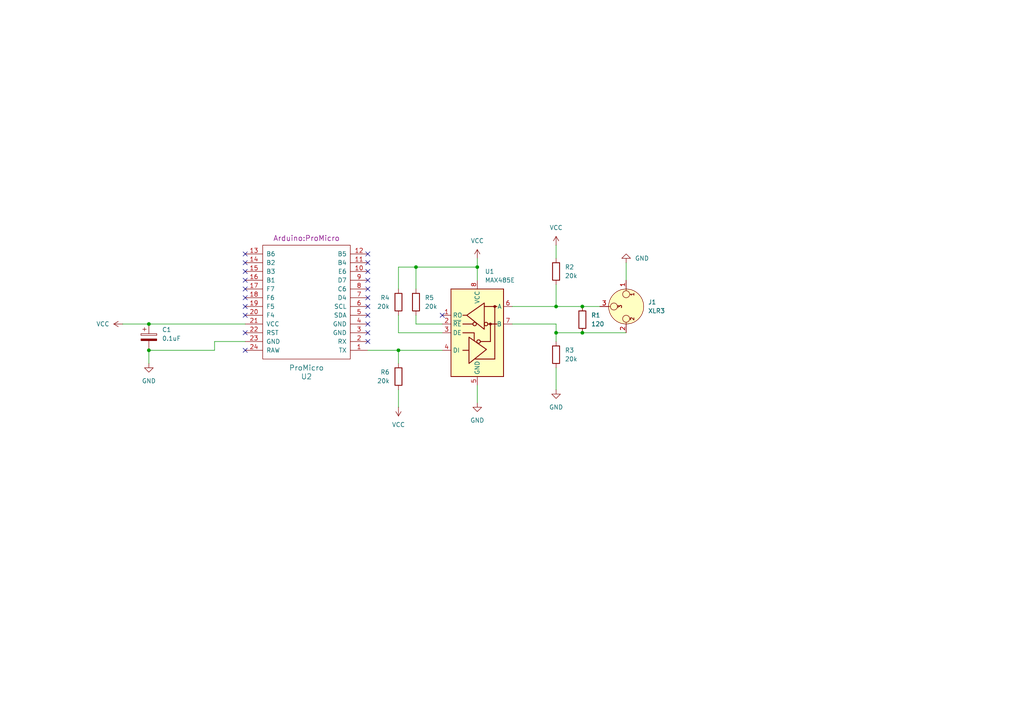
<source format=kicad_sch>
(kicad_sch (version 20231120) (generator "eeschema") (generator_version "8.0")
  (paper "A4")
  (lib_symbols
    (symbol "Arduino:ProMicro" (pin_names (offset 1.016))
      (property "Reference" "U" (at 0 24.13 0))
      (property "Value" "ProMicro" (at 0 -13.97 0))
      (symbol "ProMicro_0_1"
        (rectangle (start -12.7 21.59) (end 12.7 -11.43))
      )
      (symbol "ProMicro_1_1"
        (pin bidirectional line (at -17.78 19.05 0) (length 5.08) (name "TX") (number "1"))
        (pin bidirectional line (at -17.78 -3.81 0) (length 5.08) (name "E6") (number "10"))
        (pin bidirectional line (at -17.78 -6.35 0) (length 5.08) (name "B4") (number "11"))
        (pin bidirectional line (at -17.78 -8.89 0) (length 5.08) (name "B5") (number "12"))
        (pin bidirectional line (at 17.78 -8.89 180) (length 5.08) (name "B6") (number "13"))
        (pin bidirectional line (at 17.78 -6.35 180) (length 5.08) (name "B2") (number "14"))
        (pin bidirectional line (at 17.78 -3.81 180) (length 5.08) (name "B3") (number "15"))
        (pin bidirectional line (at 17.78 -1.27 180) (length 5.08) (name "B1") (number "16"))
        (pin bidirectional line (at 17.78 1.27 180) (length 5.08) (name "F7") (number "17"))
        (pin bidirectional line (at 17.78 3.81 180) (length 5.08) (name "F6") (number "18"))
        (pin bidirectional line (at 17.78 6.35 180) (length 5.08) (name "F5") (number "19"))
        (pin bidirectional line (at -17.78 16.51 0) (length 5.08) (name "RX") (number "2"))
        (pin bidirectional line (at 17.78 8.89 180) (length 5.08) (name "F4") (number "20"))
        (pin power_in line (at 17.78 11.43 180) (length 5.08) (name "VCC") (number "21"))
        (pin input line (at 17.78 13.97 180) (length 5.08) (name "RST") (number "22"))
        (pin power_in line (at 17.78 16.51 180) (length 5.08) (name "GND") (number "23"))
        (pin power_out line (at 17.78 19.05 180) (length 5.08) (name "RAW") (number "24"))
        (pin power_in line (at -17.78 13.97 0) (length 5.08) (name "GND") (number "3"))
        (pin power_in line (at -17.78 11.43 0) (length 5.08) (name "GND") (number "4"))
        (pin bidirectional line (at -17.78 8.89 0) (length 5.08) (name "SDA") (number "5"))
        (pin bidirectional line (at -17.78 6.35 0) (length 5.08) (name "SCL") (number "6"))
        (pin bidirectional line (at -17.78 3.81 0) (length 5.08) (name "D4") (number "7"))
        (pin bidirectional line (at -17.78 1.27 0) (length 5.08) (name "C6") (number "8"))
        (pin bidirectional line (at -17.78 -1.27 0) (length 5.08) (name "D7") (number "9"))
      )
    )
    (symbol "Connector_Audio:XLR3" (pin_names hide)
      (property "Reference" "J" (at 0 8.89 0))
      (property "Value" "XLR3" (at 0 6.35 0))
      (symbol "XLR3_0_1"
        (circle (center -3.556 0) (radius 1.016))
        (circle (center 0 -3.556) (radius 1.016))
        (polyline (pts (xy -5.08 0) (xy -4.572 0)))
        (polyline (pts (xy 0 -5.08) (xy 0 -4.572)))
        (polyline (pts (xy 5.08 0) (xy 4.572 0)))
        (circle (center 0 0) (radius 5.08) (fill (type background)))
        (circle (center 3.556 0) (radius 1.016))
        (text "1" (at -3.556 1.778 0) (effects (font (size 1.016 1.016) (bold yes))))
        (text "2" (at 3.556 1.778 0) (effects (font (size 1.016 1.016) (bold yes))))
        (text "3" (at 0 -1.778 0) (effects (font (size 1.016 1.016) (bold yes))))
        (pin passive line (at -7.62 0 0) (length 2.54) (name "~") (number "1"))
        (pin passive line (at 7.62 0 180) (length 2.54) (name "~") (number "2"))
        (pin passive line (at 0 -7.62 90) (length 2.54) (name "~") (number "3"))
      )
    )
    (symbol "Device:C_Polarized" (pin_numbers hide) (pin_names (offset 0.254))
      (property "Reference" "C" (at 0.635 2.54 0))
      (property "Value" "C_Polarized" (at 0.635 -2.54 0))
      (symbol "C_Polarized_0_1"
        (rectangle (start -2.286 0.508) (end 2.286 1.016))
        (polyline (pts (xy -1.778 2.286) (xy -0.762 2.286)))
        (polyline (pts (xy -1.27 2.794) (xy -1.27 1.778)))
        (rectangle (start 2.286 -0.508) (end -2.286 -1.016) (fill (type outline)))
      )
      (symbol "C_Polarized_1_1"
        (pin passive line (at 0 3.81 270) (length 2.794) (name "~") (number "1"))
        (pin passive line (at 0 -3.81 90) (length 2.794) (name "~") (number "2"))
      )
    )
    (symbol "Device:R" (pin_numbers hide) (pin_names (offset 0))
      (property "Reference" "R" (at 2.032 0 90))
      (property "Value" "R" (at 0 0 90))
      (symbol "R_0_1"
        (rectangle (start -1.016 -2.54) (end 1.016 2.54) (stroke (width 0.254)))
      )
      (symbol "R_1_1"
        (pin passive line (at 0 3.81 270) (length 1.27) (name "~") (number "1"))
        (pin passive line (at 0 -3.81 90) (length 1.27) (name "~") (number "2"))
      )
    )
    (symbol "Interface_UART:MAX485E"
      (property "Reference" "U" (at -6.985 13.97 0))
      (property "Value" "MAX485E" (at 1.905 13.97 0))
      (symbol "MAX485E_0_1"
        (rectangle (start -7.62 12.7) (end 7.62 -12.7) (stroke (width 0.254)) (fill (type background)))
        (polyline (pts (xy -4.191 2.54) (xy -1.27 2.54)) (stroke (width 0.254)))
        (polyline (pts (xy -2.54 -5.08) (xy -4.191 -5.08)) (stroke (width 0.254)))
        (polyline (pts (xy -0.635 -7.62) (xy 5.08 -7.62)) (stroke (width 0.254)))
        (polyline (pts (xy 0.889 -2.54) (xy 3.81 -2.54)) (stroke (width 0.254)))
        (polyline (pts (xy 2.032 7.62) (xy 5.715 7.62)) (stroke (width 0.254)))
        (polyline (pts (xy 3.048 2.54) (xy 5.715 2.54)) (stroke (width 0.254)))
        (polyline (pts (xy 3.81 -2.54) (xy 3.81 2.54)) (stroke (width 0.254)))
        (polyline (pts (xy 5.08 -7.62) (xy 5.08 7.62)) (stroke (width 0.254)))
        (polyline (pts (xy -4.191 0) (xy -0.889 0) (xy -0.889 -2.286)) (stroke (width 0.254)))
        (polyline (pts (xy -3.175 5.08) (xy -4.191 5.08) (xy -4.064 5.08)) (stroke (width 0.254)))
        (polyline (pts (xy -2.413 -5.08) (xy -2.413 -1.27) (xy 2.667 -4.826) (xy -2.413 -8.89) (xy -2.413 -5.08)) (stroke (width 0.254)))
        (circle (center 0.381 -2.54) (radius 0.508) (stroke (width 0.254)))
        (circle (center 3.81 2.54) (radius 0.2794) (stroke (width 0.254)) (fill (type outline)))
      )
      (symbol "MAX485E_1_1"
        (circle (center -0.762 2.54) (radius 0.508) (stroke (width 0.254)))
        (polyline (pts (xy 2.032 4.826) (xy 2.032 8.636) (xy -3.048 5.08) (xy 2.032 1.016) (xy 2.032 4.826)) (stroke (width 0.254)))
        (circle (center 2.54 2.54) (radius 0.508) (stroke (width 0.254)))
        (circle (center 5.08 7.62) (radius 0.2794) (stroke (width 0.254)) (fill (type outline)))
        (pin output line (at -10.16 5.08 0) (length 2.54) (name "RO") (number "1"))
        (pin input line (at -10.16 2.54 0) (length 2.54) (name "~{RE}") (number "2"))
        (pin input line (at -10.16 0 0) (length 2.54) (name "DE") (number "3"))
        (pin input line (at -10.16 -5.08 0) (length 2.54) (name "DI") (number "4"))
        (pin power_in line (at 0 -15.24 90) (length 2.54) (name "GND") (number "5"))
        (pin bidirectional line (at 10.16 7.62 180) (length 2.54) (name "A") (number "6"))
        (pin bidirectional line (at 10.16 2.54 180) (length 2.54) (name "B") (number "7"))
        (pin power_in line (at 0 15.24 270) (length 2.54) (name "VCC") (number "8"))
      )
    )
    (symbol "power:GND" (power) (pin_numbers hide) (pin_names (offset 0) hide)
      (property "Value" "GND" (at 0 -3.81 0))
      (symbol "GND_0_1"
        (polyline (pts (xy 0 0) (xy 0 -1.27) (xy 1.27 -1.27) (xy 0 -2.54) (xy -1.27 -1.27) (xy 0 -1.27)))
      )
      (symbol "GND_1_1"
        (pin power_in line (at 0 0 270) (length 0) (name "~") (number "1"))
      )
    )
    (symbol "power:VCC" (power) (pin_numbers hide) (pin_names (offset 0) hide)
      (property "Value" "VCC" (at 0 3.556 0))
      (symbol "VCC_0_1"
        (polyline (pts (xy -0.762 1.27) (xy 0 2.54)))
        (polyline (pts (xy 0 0) (xy 0 2.54)))
        (polyline (pts (xy 0 2.54) (xy 0.762 1.27)))
      )
      (symbol "VCC_1_1"
        (pin power_in line (at 0 0 90) (length 0) (name "~") (number "1"))
      )
    )
  )
  (junction (at 43.18 93.98))
  (junction (at 43.18 101.6))
  (junction (at 161.29 96.52))
  (junction (at 120.65 77.47))
  (junction (at 138.43 77.47))
  (junction (at 115.57 101.6))
  (junction (at 161.29 88.9))
  (junction (at 168.91 96.52))
  (junction (at 168.91 88.9))
  (no_connect (at 71.12 96.52))
  (no_connect (at 71.12 76.2))
  (no_connect (at 71.12 86.36))
  (no_connect (at 106.68 88.9))
  (no_connect (at 71.12 101.6))
  (no_connect (at 106.68 76.2))
  (no_connect (at 106.68 73.66))
  (no_connect (at 106.68 86.36))
  (no_connect (at 106.68 96.52))
  (no_connect (at 106.68 83.82))
  (no_connect (at 71.12 88.9))
  (no_connect (at 128.27 91.44))
  (no_connect (at 106.68 78.74))
  (no_connect (at 71.12 91.44))
  (no_connect (at 71.12 83.82))
  (no_connect (at 71.12 81.28))
  (no_connect (at 106.68 99.06))
  (no_connect (at 71.12 78.74))
  (no_connect (at 71.12 73.66))
  (no_connect (at 106.68 93.98))
  (no_connect (at 106.68 91.44))
  (no_connect (at 106.68 81.28))
  (wire (pts (xy 161.29 82.55) (xy 161.29 88.9)))
  (wire (pts (xy 115.57 113.03) (xy 115.57 118.11)))
  (wire (pts (xy 115.57 101.6) (xy 115.57 105.41)))
  (wire (pts (xy 168.91 88.9) (xy 173.99 88.9)))
  (wire (pts (xy 43.18 101.6) (xy 43.18 105.41)))
  (wire (pts (xy 115.57 77.47) (xy 120.65 77.47)))
  (wire (pts (xy 62.23 99.06) (xy 62.23 101.6)))
  (wire (pts (xy 181.61 76.2) (xy 181.61 81.28)))
  (wire (pts (xy 115.57 77.47) (xy 115.57 83.82)))
  (wire (pts (xy 120.65 91.44) (xy 120.65 93.98)))
  (wire (pts (xy 115.57 91.44) (xy 115.57 96.52)))
  (wire (pts (xy 138.43 74.93) (xy 138.43 77.47)))
  (wire (pts (xy 62.23 101.6) (xy 43.18 101.6)))
  (wire (pts (xy 128.27 96.52) (xy 115.57 96.52)))
  (wire (pts (xy 43.18 93.98) (xy 71.12 93.98)))
  (wire (pts (xy 161.29 88.9) (xy 148.59 88.9)))
  (wire (pts (xy 120.65 77.47) (xy 120.65 83.82)))
  (wire (pts (xy 106.68 101.6) (xy 115.57 101.6)))
  (wire (pts (xy 161.29 71.12) (xy 161.29 74.93)))
  (wire (pts (xy 138.43 77.47) (xy 138.43 81.28)))
  (wire (pts (xy 161.29 96.52) (xy 168.91 96.52)))
  (wire (pts (xy 148.59 93.98) (xy 161.29 93.98)))
  (wire (pts (xy 161.29 88.9) (xy 168.91 88.9)))
  (wire (pts (xy 161.29 106.68) (xy 161.29 113.03)))
  (wire (pts (xy 161.29 93.98) (xy 161.29 96.52)))
  (wire (pts (xy 168.91 96.52) (xy 181.61 96.52)))
  (wire (pts (xy 138.43 111.76) (xy 138.43 116.84)))
  (wire (pts (xy 71.12 99.06) (xy 62.23 99.06)))
  (wire (pts (xy 161.29 96.52) (xy 161.29 99.06)))
  (wire (pts (xy 120.65 77.47) (xy 138.43 77.47)))
  (wire (pts (xy 115.57 101.6) (xy 128.27 101.6)))
  (wire (pts (xy 120.65 93.98) (xy 128.27 93.98)))
  (wire (pts (xy 35.56 93.98) (xy 43.18 93.98)))
  (symbol (lib_id "power:GND") (at 161.29 113.03 0) (unit 1)
    (property "Reference" "#PWR05" (effects (hide yes)))
    (property "Value" "GND" (at 161.29 118.11 0))
    (property "Description" "Power symbol creates a global label with name \"GND\" , ground" (effects (hide yes)))
  )
  (symbol (lib_id "power:GND") (at 181.61 76.2 180) (unit 1)
    (property "Reference" "#PWR01" (effects (hide yes)))
    (property "Value" "GND" (at 184.15 74.9299 0) (effects (justify right)))
    (property "Description" "Power symbol creates a global label with name \"GND\" , ground" (effects (hide yes)))
  )
  (symbol (lib_id "Device:R") (at 161.29 102.87 180) (unit 1)
    (property "Reference" "R3" (at 163.83 101.5999 0) (effects (justify right)))
    (property "Value" "20k" (at 163.83 104.1399 0) (effects (justify right)))
    (property "Footprint" "Resistor_THT:R_Axial_DIN0207_L6.3mm_D2.5mm_P7.62mm_Horizontal" (effects (hide yes)))
    (property "Description" "Resistor" (effects (hide yes)))
  )
  (symbol (lib_id "Arduino:ProMicro") (at 88.9 82.55 180) (unit 1)
    (property "Reference" "U2" (at 88.9 109.22 0) (effects (font (size 1.524 1.524))))
    (property "Value" "ProMicro" (at 88.9 106.68 0) (effects (font (size 1.524 1.524))))
    (property "Footprint" "Arduino:ProMicro" (at 88.9 69.088 0) (effects (font (size 1.524 1.524))))
  )
  (symbol (lib_id "Device:R") (at 115.57 109.22 0) (mirror x) (unit 1)
    (property "Reference" "R6" (at 113.03 107.9499 0) (effects (justify right)))
    (property "Value" "20k" (at 113.03 110.4899 0) (effects (justify right)))
    (property "Footprint" "Resistor_THT:R_Axial_DIN0207_L6.3mm_D2.5mm_P7.62mm_Horizontal" (effects (hide yes)))
    (property "Description" "Resistor" (effects (hide yes)))
  )
  (symbol (lib_id "Connector_Audio:XLR3") (at 181.61 88.9 270) (unit 1)
    (property "Reference" "J1" (at 187.96 87.6299 90) (effects (justify left)))
    (property "Value" "XLR3" (at 187.96 90.1699 90) (effects (justify left)))
    (property "Footprint" "Connector_Audio:Jack_XLR_Neutrik_NC3MAAH-0_Horizontal" (effects (hide yes)))
    (property "Description" "XLR Connector, Male or Female, 3 Pins" (effects (hide yes)))
  )
  (symbol (lib_id "power:GND") (at 43.18 105.41 0) (unit 1)
    (property "Reference" "#PWR07" (effects (hide yes)))
    (property "Value" "GND" (at 43.18 110.49 0))
    (property "Description" "Power symbol creates a global label with name \"GND\" , ground" (effects (hide yes)))
  )
  (symbol (lib_id "Interface_UART:MAX485E") (at 138.43 96.52 0) (unit 1)
    (property "Reference" "U1" (at 140.6241 78.74 0) (effects (justify left)))
    (property "Value" "MAX485E" (at 140.6241 81.28 0) (effects (justify left)))
    (property "Footprint" "Package_DIP:DIP-8_W7.62mm_LongPads" (effects (hide yes)))
    (property "Datasheet" "https://datasheets.maximintegrated.com/en/ds/MAX1487E-MAX491E.pdf" (effects (hide yes)))
    (property "Description" "Half duplex RS-485/RS-422, 2.5 Mbps, ±15kV electro-static discharge (ESD) protection, no slew-rate, no low-power shutdown, with receiver/driver enable, 32 receiver drive capability, DIP-8 and SOIC-8" (effects (hide yes)))
  )
  (symbol (lib_id "power:VCC") (at 35.56 93.98 90) (unit 1)
    (property "Reference" "#PWR06" (effects (hide yes)))
    (property "Value" "VCC" (at 31.75 93.9799 90) (effects (justify left)))
    (property "Description" "Power symbol creates a global label with name \"VCC\"" (effects (hide yes)))
  )
  (symbol (lib_id "Device:R") (at 120.65 87.63 180) (unit 1)
    (property "Reference" "R5" (at 123.19 86.3599 0) (effects (justify right)))
    (property "Value" "20k" (at 123.19 88.8999 0) (effects (justify right)))
    (property "Footprint" "Resistor_THT:R_Axial_DIN0207_L6.3mm_D2.5mm_P7.62mm_Horizontal" (effects (hide yes)))
    (property "Description" "Resistor" (effects (hide yes)))
  )
  (symbol (lib_id "Device:R") (at 161.29 78.74 180) (unit 1)
    (property "Reference" "R2" (at 163.83 77.4699 0) (effects (justify right)))
    (property "Value" "20k" (at 163.83 80.0099 0) (effects (justify right)))
    (property "Footprint" "Resistor_THT:R_Axial_DIN0207_L6.3mm_D2.5mm_P7.62mm_Horizontal" (effects (hide yes)))
    (property "Description" "Resistor" (effects (hide yes)))
  )
  (symbol (lib_id "power:GND") (at 138.43 116.84 0) (unit 1)
    (property "Reference" "#PWR02" (effects (hide yes)))
    (property "Value" "GND" (at 138.43 121.92 0))
    (property "Description" "Power symbol creates a global label with name \"GND\" , ground" (effects (hide yes)))
  )
  (symbol (lib_id "Device:R") (at 168.91 92.71 180) (unit 1)
    (property "Reference" "R1" (at 171.45 91.4399 0) (effects (justify right)))
    (property "Value" "120" (at 171.45 93.9799 0) (effects (justify right)))
    (property "Footprint" "Resistor_THT:R_Axial_DIN0207_L6.3mm_D2.5mm_P7.62mm_Horizontal" (effects (hide yes)))
    (property "Description" "Resistor" (effects (hide yes)))
  )
  (symbol (lib_id "Device:R") (at 115.57 87.63 0) (mirror x) (unit 1)
    (property "Reference" "R4" (at 113.03 86.3599 0) (effects (justify right)))
    (property "Value" "20k" (at 113.03 88.8999 0) (effects (justify right)))
    (property "Footprint" "Resistor_THT:R_Axial_DIN0207_L6.3mm_D2.5mm_P7.62mm_Horizontal" (effects (hide yes)))
    (property "Description" "Resistor" (effects (hide yes)))
  )
  (symbol (lib_id "power:VCC") (at 161.29 71.12 0) (unit 1)
    (property "Reference" "#PWR04" (effects (hide yes)))
    (property "Value" "VCC" (at 161.29 66.04 0))
    (property "Description" "Power symbol creates a global label with name \"VCC\"" (effects (hide yes)))
  )
  (symbol (lib_id "Device:C_Polarized") (at 43.18 97.79 0) (unit 1)
    (property "Reference" "C1" (at 46.99 95.6309 0) (effects (justify left)))
    (property "Value" "0.1uF" (at 46.99 98.1709 0) (effects (justify left)))
    (property "Footprint" "Capacitor_THT:CP_Radial_D5.0mm_P2.50mm" (effects (hide yes)))
    (property "Description" "Polarized capacitor" (effects (hide yes)))
  )
  (symbol (lib_id "power:VCC") (at 138.43 74.93 0) (unit 1)
    (property "Reference" "#PWR03" (effects (hide yes)))
    (property "Value" "VCC" (at 138.43 69.85 0))
    (property "Description" "Power symbol creates a global label with name \"VCC\"" (effects (hide yes)))
  )
  (symbol (lib_id "power:VCC") (at 115.57 118.11 180) (unit 1)
    (property "Reference" "#PWR08" (effects (hide yes)))
    (property "Value" "VCC" (at 115.57 123.19 0))
    (property "Description" "Power symbol creates a global label with name \"VCC\"" (effects (hide yes)))
  )
)
</source>
